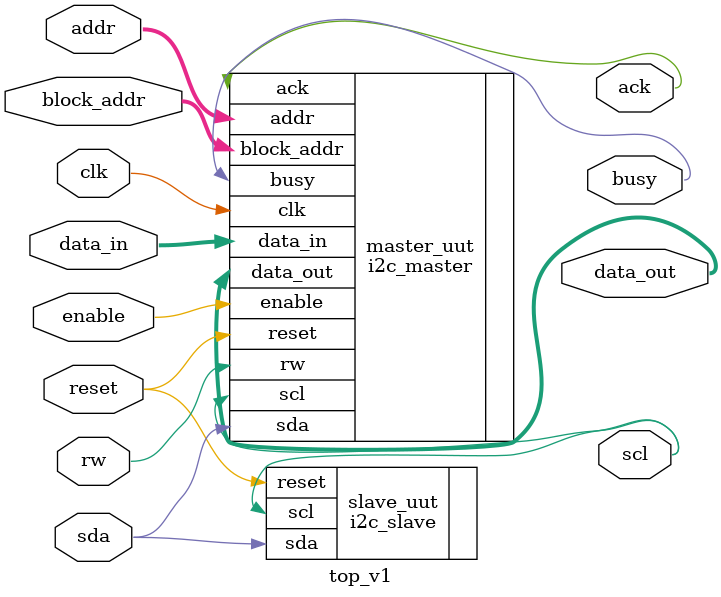
<source format=v>
`timescale 1ns / 1ps


module top_v1(
input clk,
input reset,
input rw,
input [7:0] data_in,
input [6:0] addr,
input [7:0] block_addr,
input enable, //start signal
output [7:0] data_out,
output ack,
output busy,
output scl,
inout sda
    );
    
i2c_master master_uut(
                      .clk(clk),
                      .reset(reset),
                      .rw(rw),
                      .data_in(data_in),
                      .addr(addr),
                      .block_addr(block_addr),
                      .enable(enable),
                      .data_out(data_out),
                      .busy(busy),
                      .scl(scl),
                      .sda(sda),
                      .ack(ack));
           
i2c_slave slave_uut(
                     .sda(sda),
                     .scl(scl),
                     .reset(reset));
                     
endmodule
</source>
